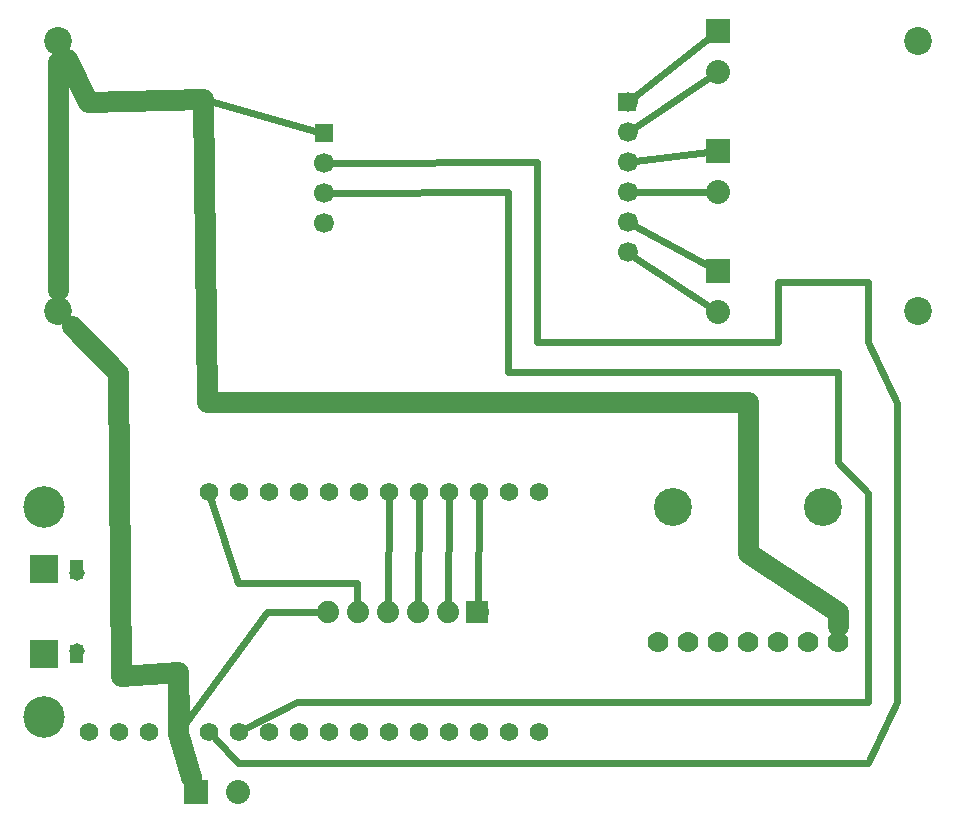
<source format=gbl>
G04 MADE WITH FRITZING*
G04 WWW.FRITZING.ORG*
G04 DOUBLE SIDED*
G04 HOLES PLATED*
G04 CONTOUR ON CENTER OF CONTOUR VECTOR*
%ASAXBY*%
%FSLAX23Y23*%
%MOIN*%
%OFA0B0*%
%SFA1.0B1.0*%
%ADD10C,0.126614*%
%ADD11C,0.070000*%
%ADD12C,0.080000*%
%ADD13C,0.093000*%
%ADD14C,0.138425*%
%ADD15C,0.095000*%
%ADD16C,0.051496*%
%ADD17C,0.062000*%
%ADD18C,0.066555*%
%ADD19C,0.049194*%
%ADD20C,0.074000*%
%ADD21R,0.080000X0.080000*%
%ADD22R,0.095000X0.095000*%
%ADD23C,0.024000*%
%ADD24R,0.001000X0.001000*%
%LNCOPPER0*%
G90*
G70*
G54D10*
X2800Y1249D03*
G54D11*
X2250Y799D03*
X2350Y799D03*
X2450Y799D03*
X2550Y799D03*
X2650Y799D03*
X2750Y799D03*
X2850Y799D03*
G54D10*
X2300Y1249D03*
G54D12*
X712Y299D03*
X850Y299D03*
X712Y299D03*
X850Y299D03*
X2450Y2037D03*
X2450Y1899D03*
X2450Y2037D03*
X2450Y1899D03*
X2450Y2437D03*
X2450Y2299D03*
X2450Y2437D03*
X2450Y2299D03*
X2450Y2837D03*
X2450Y2699D03*
X2450Y2837D03*
X2450Y2699D03*
G54D13*
X250Y2804D03*
X3119Y2804D03*
X250Y1904D03*
X3119Y1904D03*
G54D14*
X203Y551D03*
G54D15*
X204Y1042D03*
G54D16*
X314Y1031D03*
G54D17*
X1853Y501D03*
X1753Y501D03*
X1653Y501D03*
X1553Y501D03*
X1453Y501D03*
X1353Y501D03*
X1253Y501D03*
X1153Y501D03*
X1053Y501D03*
G54D14*
X203Y1251D03*
G54D17*
X953Y501D03*
X853Y501D03*
X753Y501D03*
X653Y501D03*
X553Y501D03*
X453Y501D03*
X353Y501D03*
X753Y1301D03*
X853Y1301D03*
X953Y1301D03*
X1053Y1301D03*
X1153Y1301D03*
X1253Y1301D03*
X1353Y1301D03*
X1453Y1301D03*
X1553Y1301D03*
X1653Y1301D03*
X1753Y1301D03*
X1853Y1301D03*
G54D16*
X314Y771D03*
G54D15*
X204Y759D03*
G54D18*
X2150Y2499D03*
X2150Y2399D03*
X2150Y2299D03*
X2150Y2199D03*
X2150Y2099D03*
X2150Y2599D03*
X1137Y2396D03*
X1137Y2296D03*
G54D19*
X1137Y2496D03*
G54D18*
X1137Y2196D03*
X2150Y2499D03*
X2150Y2399D03*
X2150Y2299D03*
X2150Y2199D03*
X2150Y2099D03*
X2150Y2599D03*
X1137Y2396D03*
X1137Y2296D03*
G54D19*
X1137Y2496D03*
G54D18*
X1137Y2196D03*
G54D20*
X1650Y899D03*
X1550Y899D03*
X1450Y899D03*
X1350Y899D03*
X1250Y899D03*
X1150Y899D03*
X1650Y899D03*
X1550Y899D03*
X1450Y899D03*
X1350Y899D03*
X1250Y899D03*
X1150Y899D03*
X1650Y899D03*
X1550Y899D03*
X1450Y899D03*
X1350Y899D03*
X1250Y899D03*
X1150Y899D03*
G54D21*
X712Y299D03*
X712Y299D03*
X2450Y2037D03*
X2450Y2037D03*
X2450Y2437D03*
X2450Y2437D03*
X2450Y2837D03*
X2450Y2837D03*
G54D22*
X204Y1042D03*
X204Y759D03*
G54D11*
X450Y1697D02*
X298Y1854D01*
D02*
X461Y688D02*
X450Y1697D01*
D02*
X650Y700D02*
X461Y688D01*
D02*
X651Y498D02*
X650Y700D01*
D02*
X461Y688D02*
X650Y700D01*
D02*
X650Y700D02*
X653Y552D01*
D02*
X696Y350D02*
X651Y498D01*
D02*
X250Y1974D02*
X250Y2734D01*
D02*
X736Y2611D02*
X748Y1599D01*
D02*
X748Y1599D02*
X2550Y1599D01*
D02*
X2550Y1098D02*
X2850Y900D01*
D02*
X2550Y1599D02*
X2550Y1098D01*
D02*
X2850Y900D02*
X2850Y852D01*
D02*
X352Y2601D02*
X736Y2611D01*
D02*
X281Y2742D02*
X352Y2601D01*
G54D23*
D02*
X736Y2611D02*
X1109Y2504D01*
D02*
X2425Y2818D02*
X2171Y2616D01*
D02*
X2172Y2514D02*
X2424Y2682D01*
D02*
X2176Y2403D02*
X2419Y2433D01*
D02*
X2418Y2299D02*
X2177Y2299D01*
D02*
X2424Y1916D02*
X2172Y2084D01*
D02*
X2422Y2052D02*
X2173Y2186D01*
D02*
X3049Y1598D02*
X3049Y600D01*
D02*
X3049Y600D02*
X2950Y398D01*
D02*
X2950Y398D02*
X851Y398D01*
D02*
X851Y398D02*
X773Y480D01*
D02*
X2950Y2001D02*
X2950Y1799D01*
D02*
X2950Y1799D02*
X3049Y1598D01*
D02*
X1849Y2399D02*
X1849Y1799D01*
D02*
X1849Y1799D02*
X2650Y1799D01*
D02*
X1164Y2397D02*
X1849Y2399D01*
D02*
X2650Y1799D02*
X2650Y2001D01*
D02*
X2650Y2001D02*
X2950Y2001D01*
D02*
X2852Y1401D02*
X2852Y1701D01*
D02*
X2950Y1298D02*
X2852Y1401D01*
D02*
X2950Y600D02*
X2950Y1298D01*
D02*
X2852Y1701D02*
X1751Y1701D01*
D02*
X1047Y600D02*
X2950Y600D01*
D02*
X879Y514D02*
X1047Y600D01*
D02*
X1751Y1701D02*
X1751Y2301D01*
D02*
X1751Y2301D02*
X1164Y2297D01*
D02*
X949Y900D02*
X1118Y899D01*
D02*
X671Y524D02*
X949Y900D01*
D02*
X1247Y997D02*
X1249Y930D01*
D02*
X851Y997D02*
X1247Y997D01*
D02*
X762Y1273D02*
X851Y997D01*
D02*
X1350Y930D02*
X1353Y1272D01*
D02*
X1450Y930D02*
X1453Y1272D01*
D02*
X1553Y1272D02*
X1550Y930D01*
D02*
X1650Y930D02*
X1653Y1272D01*
G54D24*
X2120Y2629D02*
X2178Y2629D01*
X2119Y2628D02*
X2178Y2628D01*
X2119Y2627D02*
X2178Y2627D01*
X2119Y2626D02*
X2178Y2626D01*
X2119Y2625D02*
X2178Y2625D01*
X2119Y2624D02*
X2178Y2624D01*
X2119Y2623D02*
X2178Y2623D01*
X2119Y2622D02*
X2178Y2622D01*
X2119Y2621D02*
X2178Y2621D01*
X2119Y2620D02*
X2178Y2620D01*
X2119Y2619D02*
X2178Y2619D01*
X2119Y2618D02*
X2178Y2618D01*
X2119Y2617D02*
X2143Y2617D01*
X2154Y2617D02*
X2178Y2617D01*
X2119Y2616D02*
X2140Y2616D01*
X2157Y2616D02*
X2178Y2616D01*
X2119Y2615D02*
X2139Y2615D01*
X2159Y2615D02*
X2178Y2615D01*
X2119Y2614D02*
X2137Y2614D01*
X2160Y2614D02*
X2178Y2614D01*
X2119Y2613D02*
X2136Y2613D01*
X2162Y2613D02*
X2178Y2613D01*
X2119Y2612D02*
X2135Y2612D01*
X2163Y2612D02*
X2178Y2612D01*
X2119Y2611D02*
X2134Y2611D01*
X2163Y2611D02*
X2178Y2611D01*
X2119Y2610D02*
X2133Y2610D01*
X2164Y2610D02*
X2178Y2610D01*
X2119Y2609D02*
X2133Y2609D01*
X2165Y2609D02*
X2178Y2609D01*
X2119Y2608D02*
X2132Y2608D01*
X2165Y2608D02*
X2178Y2608D01*
X2119Y2607D02*
X2131Y2607D01*
X2166Y2607D02*
X2178Y2607D01*
X2119Y2606D02*
X2131Y2606D01*
X2166Y2606D02*
X2178Y2606D01*
X2119Y2605D02*
X2131Y2605D01*
X2167Y2605D02*
X2178Y2605D01*
X2119Y2604D02*
X2130Y2604D01*
X2167Y2604D02*
X2178Y2604D01*
X2119Y2603D02*
X2130Y2603D01*
X2167Y2603D02*
X2178Y2603D01*
X2119Y2602D02*
X2130Y2602D01*
X2167Y2602D02*
X2178Y2602D01*
X2119Y2601D02*
X2130Y2601D01*
X2168Y2601D02*
X2178Y2601D01*
X2119Y2600D02*
X2130Y2600D01*
X2168Y2600D02*
X2178Y2600D01*
X2119Y2599D02*
X2130Y2599D01*
X2168Y2599D02*
X2178Y2599D01*
X2119Y2598D02*
X2130Y2598D01*
X2168Y2598D02*
X2178Y2598D01*
X2119Y2597D02*
X2130Y2597D01*
X2168Y2597D02*
X2178Y2597D01*
X2119Y2596D02*
X2130Y2596D01*
X2167Y2596D02*
X2178Y2596D01*
X2119Y2595D02*
X2130Y2595D01*
X2167Y2595D02*
X2178Y2595D01*
X2119Y2594D02*
X2131Y2594D01*
X2167Y2594D02*
X2178Y2594D01*
X2119Y2593D02*
X2131Y2593D01*
X2167Y2593D02*
X2178Y2593D01*
X2119Y2592D02*
X2131Y2592D01*
X2166Y2592D02*
X2178Y2592D01*
X2119Y2591D02*
X2132Y2591D01*
X2166Y2591D02*
X2178Y2591D01*
X2119Y2590D02*
X2132Y2590D01*
X2165Y2590D02*
X2178Y2590D01*
X2119Y2589D02*
X2133Y2589D01*
X2165Y2589D02*
X2178Y2589D01*
X2119Y2588D02*
X2134Y2588D01*
X2164Y2588D02*
X2178Y2588D01*
X2119Y2587D02*
X2134Y2587D01*
X2163Y2587D02*
X2178Y2587D01*
X2119Y2586D02*
X2135Y2586D01*
X2162Y2586D02*
X2178Y2586D01*
X2119Y2585D02*
X2137Y2585D01*
X2161Y2585D02*
X2178Y2585D01*
X2119Y2584D02*
X2138Y2584D01*
X2160Y2584D02*
X2178Y2584D01*
X2119Y2583D02*
X2140Y2583D01*
X2158Y2583D02*
X2178Y2583D01*
X2119Y2582D02*
X2142Y2582D01*
X2156Y2582D02*
X2178Y2582D01*
X2119Y2581D02*
X2146Y2581D01*
X2152Y2581D02*
X2178Y2581D01*
X2119Y2580D02*
X2178Y2580D01*
X2119Y2579D02*
X2178Y2579D01*
X2119Y2578D02*
X2178Y2578D01*
X2119Y2577D02*
X2178Y2577D01*
X2119Y2576D02*
X2178Y2576D01*
X2119Y2575D02*
X2178Y2575D01*
X2119Y2574D02*
X2178Y2574D01*
X2119Y2573D02*
X2178Y2573D01*
X2119Y2572D02*
X2178Y2572D01*
X2119Y2571D02*
X2178Y2571D01*
X2119Y2570D02*
X2178Y2570D01*
X1107Y2526D02*
X1166Y2526D01*
X1107Y2525D02*
X1166Y2525D01*
X1107Y2524D02*
X1166Y2524D01*
X1107Y2523D02*
X1166Y2523D01*
X1107Y2522D02*
X1166Y2522D01*
X1107Y2521D02*
X1166Y2521D01*
X1107Y2520D02*
X1166Y2520D01*
X1107Y2519D02*
X1166Y2519D01*
X1107Y2518D02*
X1166Y2518D01*
X1107Y2517D02*
X1166Y2517D01*
X1107Y2516D02*
X1166Y2516D01*
X1107Y2515D02*
X1135Y2515D01*
X1138Y2515D02*
X1166Y2515D01*
X1107Y2514D02*
X1130Y2514D01*
X1143Y2514D02*
X1166Y2514D01*
X1107Y2513D02*
X1128Y2513D01*
X1145Y2513D02*
X1166Y2513D01*
X1107Y2512D02*
X1126Y2512D01*
X1147Y2512D02*
X1166Y2512D01*
X1107Y2511D02*
X1124Y2511D01*
X1148Y2511D02*
X1166Y2511D01*
X1107Y2510D02*
X1123Y2510D01*
X1150Y2510D02*
X1166Y2510D01*
X1107Y2509D02*
X1122Y2509D01*
X1150Y2509D02*
X1166Y2509D01*
X1107Y2508D02*
X1121Y2508D01*
X1151Y2508D02*
X1166Y2508D01*
X1107Y2507D02*
X1121Y2507D01*
X1152Y2507D02*
X1166Y2507D01*
X1107Y2506D02*
X1120Y2506D01*
X1153Y2506D02*
X1166Y2506D01*
X1107Y2505D02*
X1119Y2505D01*
X1153Y2505D02*
X1166Y2505D01*
X1107Y2504D02*
X1119Y2504D01*
X1154Y2504D02*
X1166Y2504D01*
X1107Y2503D02*
X1119Y2503D01*
X1154Y2503D02*
X1166Y2503D01*
X1107Y2502D02*
X1118Y2502D01*
X1154Y2502D02*
X1166Y2502D01*
X1107Y2501D02*
X1118Y2501D01*
X1155Y2501D02*
X1166Y2501D01*
X1107Y2500D02*
X1118Y2500D01*
X1155Y2500D02*
X1166Y2500D01*
X1107Y2499D02*
X1118Y2499D01*
X1155Y2499D02*
X1166Y2499D01*
X1107Y2498D02*
X1118Y2498D01*
X1155Y2498D02*
X1166Y2498D01*
X1107Y2497D02*
X1117Y2497D01*
X1155Y2497D02*
X1166Y2497D01*
X1107Y2496D02*
X1117Y2496D01*
X1155Y2496D02*
X1166Y2496D01*
X1107Y2495D02*
X1118Y2495D01*
X1155Y2495D02*
X1166Y2495D01*
X1107Y2494D02*
X1118Y2494D01*
X1155Y2494D02*
X1166Y2494D01*
X1107Y2493D02*
X1118Y2493D01*
X1155Y2493D02*
X1166Y2493D01*
X1107Y2492D02*
X1118Y2492D01*
X1155Y2492D02*
X1166Y2492D01*
X1107Y2491D02*
X1118Y2491D01*
X1154Y2491D02*
X1166Y2491D01*
X1107Y2490D02*
X1119Y2490D01*
X1154Y2490D02*
X1166Y2490D01*
X1107Y2489D02*
X1119Y2489D01*
X1154Y2489D02*
X1166Y2489D01*
X1107Y2488D02*
X1120Y2488D01*
X1153Y2488D02*
X1166Y2488D01*
X1107Y2487D02*
X1120Y2487D01*
X1153Y2487D02*
X1166Y2487D01*
X1107Y2486D02*
X1121Y2486D01*
X1152Y2486D02*
X1166Y2486D01*
X1107Y2485D02*
X1122Y2485D01*
X1151Y2485D02*
X1166Y2485D01*
X1107Y2484D02*
X1122Y2484D01*
X1150Y2484D02*
X1166Y2484D01*
X1107Y2483D02*
X1123Y2483D01*
X1149Y2483D02*
X1166Y2483D01*
X1107Y2482D02*
X1125Y2482D01*
X1148Y2482D02*
X1166Y2482D01*
X1107Y2481D02*
X1126Y2481D01*
X1147Y2481D02*
X1166Y2481D01*
X1107Y2480D02*
X1128Y2480D01*
X1145Y2480D02*
X1166Y2480D01*
X1107Y2479D02*
X1130Y2479D01*
X1143Y2479D02*
X1166Y2479D01*
X1107Y2478D02*
X1166Y2478D01*
X1107Y2477D02*
X1166Y2477D01*
X1107Y2476D02*
X1166Y2476D01*
X1107Y2475D02*
X1166Y2475D01*
X1107Y2474D02*
X1166Y2474D01*
X1107Y2473D02*
X1166Y2473D01*
X1107Y2472D02*
X1166Y2472D01*
X1107Y2471D02*
X1166Y2471D01*
X1107Y2470D02*
X1166Y2470D01*
X1107Y2469D02*
X1166Y2469D01*
X1107Y2468D02*
X1166Y2468D01*
X1107Y2467D02*
X1166Y2467D01*
X293Y1072D02*
X333Y1072D01*
X293Y1071D02*
X334Y1071D01*
X293Y1070D02*
X334Y1070D01*
X293Y1069D02*
X334Y1069D01*
X293Y1068D02*
X334Y1068D01*
X293Y1067D02*
X334Y1067D01*
X293Y1066D02*
X334Y1066D01*
X293Y1065D02*
X334Y1065D01*
X293Y1064D02*
X334Y1064D01*
X293Y1063D02*
X334Y1063D01*
X293Y1062D02*
X334Y1062D01*
X293Y1061D02*
X334Y1061D01*
X293Y1060D02*
X334Y1060D01*
X293Y1059D02*
X334Y1059D01*
X293Y1058D02*
X334Y1058D01*
X293Y1057D02*
X334Y1057D01*
X293Y1056D02*
X334Y1056D01*
X293Y1055D02*
X334Y1055D01*
X293Y1054D02*
X334Y1054D01*
X293Y1053D02*
X334Y1053D01*
X293Y1052D02*
X334Y1052D01*
X293Y1051D02*
X308Y1051D01*
X319Y1051D02*
X334Y1051D01*
X293Y1050D02*
X305Y1050D01*
X322Y1050D02*
X334Y1050D01*
X293Y1049D02*
X303Y1049D01*
X324Y1049D02*
X334Y1049D01*
X293Y1048D02*
X301Y1048D01*
X326Y1048D02*
X334Y1048D01*
X293Y1047D02*
X300Y1047D01*
X327Y1047D02*
X334Y1047D01*
X293Y1046D02*
X298Y1046D01*
X328Y1046D02*
X334Y1046D01*
X293Y1045D02*
X298Y1045D01*
X329Y1045D02*
X334Y1045D01*
X293Y1044D02*
X297Y1044D01*
X330Y1044D02*
X334Y1044D01*
X293Y1043D02*
X296Y1043D01*
X331Y1043D02*
X334Y1043D01*
X293Y1042D02*
X295Y1042D01*
X331Y1042D02*
X334Y1042D01*
X293Y1041D02*
X295Y1041D01*
X332Y1041D02*
X334Y1041D01*
X293Y1040D02*
X294Y1040D01*
X332Y1040D02*
X334Y1040D01*
X293Y1039D02*
X294Y1039D01*
X333Y1039D02*
X334Y1039D01*
X293Y1038D02*
X293Y1038D01*
X333Y1038D02*
X334Y1038D01*
X293Y1037D02*
X293Y1037D01*
X334Y1037D02*
X334Y1037D01*
X293Y1036D02*
X293Y1036D01*
X334Y1036D02*
X334Y1036D01*
X293Y1026D02*
X293Y1026D01*
X334Y1026D02*
X334Y1026D01*
X293Y1025D02*
X293Y1025D01*
X334Y1025D02*
X334Y1025D01*
X293Y1024D02*
X293Y1024D01*
X333Y1024D02*
X334Y1024D01*
X293Y1023D02*
X294Y1023D01*
X333Y1023D02*
X334Y1023D01*
X293Y1022D02*
X294Y1022D01*
X332Y1022D02*
X334Y1022D01*
X293Y1021D02*
X295Y1021D01*
X332Y1021D02*
X334Y1021D01*
X293Y1020D02*
X295Y1020D01*
X331Y1020D02*
X334Y1020D01*
X293Y1019D02*
X296Y1019D01*
X331Y1019D02*
X334Y1019D01*
X293Y1018D02*
X297Y1018D01*
X330Y1018D02*
X334Y1018D01*
X293Y1017D02*
X298Y1017D01*
X329Y1017D02*
X334Y1017D01*
X293Y1016D02*
X298Y1016D01*
X328Y1016D02*
X334Y1016D01*
X293Y1015D02*
X300Y1015D01*
X327Y1015D02*
X334Y1015D01*
X293Y1014D02*
X301Y1014D01*
X326Y1014D02*
X334Y1014D01*
X293Y1013D02*
X303Y1013D01*
X324Y1013D02*
X334Y1013D01*
X293Y1012D02*
X305Y1012D01*
X322Y1012D02*
X334Y1012D01*
X293Y1011D02*
X308Y1011D01*
X319Y1011D02*
X334Y1011D01*
X1612Y936D02*
X1685Y936D01*
X1612Y935D02*
X1685Y935D01*
X1612Y934D02*
X1685Y934D01*
X1612Y933D02*
X1685Y933D01*
X1612Y932D02*
X1685Y932D01*
X1612Y931D02*
X1685Y931D01*
X1612Y930D02*
X1685Y930D01*
X1612Y929D02*
X1685Y929D01*
X1612Y928D02*
X1685Y928D01*
X1612Y927D02*
X1685Y927D01*
X1612Y926D02*
X1685Y926D01*
X1612Y925D02*
X1685Y925D01*
X1612Y924D02*
X1685Y924D01*
X1612Y923D02*
X1685Y923D01*
X1612Y922D02*
X1685Y922D01*
X1612Y921D02*
X1685Y921D01*
X1612Y920D02*
X1685Y920D01*
X1612Y919D02*
X1644Y919D01*
X1654Y919D02*
X1685Y919D01*
X1612Y918D02*
X1641Y918D01*
X1657Y918D02*
X1685Y918D01*
X1612Y917D02*
X1639Y917D01*
X1659Y917D02*
X1685Y917D01*
X1612Y916D02*
X1637Y916D01*
X1661Y916D02*
X1685Y916D01*
X1612Y915D02*
X1636Y915D01*
X1662Y915D02*
X1685Y915D01*
X1612Y914D02*
X1635Y914D01*
X1663Y914D02*
X1685Y914D01*
X1612Y913D02*
X1634Y913D01*
X1664Y913D02*
X1685Y913D01*
X1612Y912D02*
X1633Y912D01*
X1665Y912D02*
X1685Y912D01*
X1612Y911D02*
X1632Y911D01*
X1666Y911D02*
X1685Y911D01*
X1612Y910D02*
X1631Y910D01*
X1666Y910D02*
X1685Y910D01*
X1612Y909D02*
X1631Y909D01*
X1667Y909D02*
X1685Y909D01*
X1612Y908D02*
X1630Y908D01*
X1667Y908D02*
X1685Y908D01*
X1612Y907D02*
X1630Y907D01*
X1668Y907D02*
X1685Y907D01*
X1612Y906D02*
X1629Y906D01*
X1668Y906D02*
X1685Y906D01*
X1612Y905D02*
X1629Y905D01*
X1668Y905D02*
X1685Y905D01*
X1612Y904D02*
X1629Y904D01*
X1669Y904D02*
X1685Y904D01*
X1612Y903D02*
X1629Y903D01*
X1669Y903D02*
X1685Y903D01*
X1612Y902D02*
X1629Y902D01*
X1669Y902D02*
X1685Y902D01*
X1612Y901D02*
X1628Y901D01*
X1669Y901D02*
X1685Y901D01*
X1612Y900D02*
X1628Y900D01*
X1669Y900D02*
X1685Y900D01*
X1612Y899D02*
X1628Y899D01*
X1669Y899D02*
X1685Y899D01*
X1612Y898D02*
X1628Y898D01*
X1669Y898D02*
X1685Y898D01*
X1612Y897D02*
X1629Y897D01*
X1669Y897D02*
X1685Y897D01*
X1612Y896D02*
X1629Y896D01*
X1669Y896D02*
X1685Y896D01*
X1612Y895D02*
X1629Y895D01*
X1669Y895D02*
X1685Y895D01*
X1612Y894D02*
X1629Y894D01*
X1668Y894D02*
X1685Y894D01*
X1612Y893D02*
X1629Y893D01*
X1668Y893D02*
X1685Y893D01*
X1612Y892D02*
X1630Y892D01*
X1668Y892D02*
X1685Y892D01*
X1612Y891D02*
X1630Y891D01*
X1667Y891D02*
X1685Y891D01*
X1612Y890D02*
X1631Y890D01*
X1667Y890D02*
X1685Y890D01*
X1612Y889D02*
X1631Y889D01*
X1666Y889D02*
X1685Y889D01*
X1612Y888D02*
X1632Y888D01*
X1666Y888D02*
X1685Y888D01*
X1612Y887D02*
X1633Y887D01*
X1665Y887D02*
X1685Y887D01*
X1612Y886D02*
X1634Y886D01*
X1664Y886D02*
X1685Y886D01*
X1612Y885D02*
X1635Y885D01*
X1663Y885D02*
X1685Y885D01*
X1612Y884D02*
X1636Y884D01*
X1662Y884D02*
X1685Y884D01*
X1612Y883D02*
X1637Y883D01*
X1661Y883D02*
X1685Y883D01*
X1612Y882D02*
X1639Y882D01*
X1659Y882D02*
X1685Y882D01*
X1612Y881D02*
X1641Y881D01*
X1657Y881D02*
X1685Y881D01*
X1612Y880D02*
X1644Y880D01*
X1653Y880D02*
X1685Y880D01*
X1612Y879D02*
X1685Y879D01*
X1612Y878D02*
X1685Y878D01*
X1612Y877D02*
X1685Y877D01*
X1612Y876D02*
X1685Y876D01*
X1612Y875D02*
X1685Y875D01*
X1612Y874D02*
X1685Y874D01*
X1612Y873D02*
X1685Y873D01*
X1612Y872D02*
X1685Y872D01*
X1612Y871D02*
X1685Y871D01*
X1612Y870D02*
X1685Y870D01*
X1612Y869D02*
X1685Y869D01*
X1612Y868D02*
X1685Y868D01*
X1612Y867D02*
X1685Y867D01*
X1612Y866D02*
X1685Y866D01*
X1612Y865D02*
X1685Y865D01*
X1612Y864D02*
X1685Y864D01*
X1612Y863D02*
X1685Y863D01*
X293Y791D02*
X307Y791D01*
X320Y791D02*
X334Y791D01*
X293Y790D02*
X304Y790D01*
X322Y790D02*
X334Y790D01*
X293Y789D02*
X302Y789D01*
X324Y789D02*
X334Y789D01*
X293Y788D02*
X301Y788D01*
X326Y788D02*
X334Y788D01*
X293Y787D02*
X299Y787D01*
X327Y787D02*
X334Y787D01*
X293Y786D02*
X298Y786D01*
X328Y786D02*
X334Y786D01*
X293Y785D02*
X297Y785D01*
X329Y785D02*
X334Y785D01*
X293Y784D02*
X297Y784D01*
X330Y784D02*
X334Y784D01*
X293Y783D02*
X296Y783D01*
X331Y783D02*
X334Y783D01*
X293Y782D02*
X295Y782D01*
X331Y782D02*
X334Y782D01*
X293Y781D02*
X295Y781D01*
X332Y781D02*
X334Y781D01*
X293Y780D02*
X294Y780D01*
X332Y780D02*
X334Y780D01*
X293Y779D02*
X294Y779D01*
X333Y779D02*
X334Y779D01*
X293Y778D02*
X293Y778D01*
X333Y778D02*
X334Y778D01*
X293Y777D02*
X293Y777D01*
X334Y777D02*
X334Y777D01*
X293Y776D02*
X293Y776D01*
X334Y776D02*
X334Y776D01*
X293Y766D02*
X293Y766D01*
X334Y766D02*
X334Y766D01*
X293Y765D02*
X293Y765D01*
X333Y765D02*
X334Y765D01*
X293Y764D02*
X293Y764D01*
X333Y764D02*
X334Y764D01*
X293Y763D02*
X294Y763D01*
X333Y763D02*
X334Y763D01*
X293Y762D02*
X294Y762D01*
X332Y762D02*
X334Y762D01*
X293Y761D02*
X295Y761D01*
X332Y761D02*
X334Y761D01*
X293Y760D02*
X295Y760D01*
X331Y760D02*
X334Y760D01*
X293Y759D02*
X296Y759D01*
X330Y759D02*
X334Y759D01*
X293Y758D02*
X297Y758D01*
X330Y758D02*
X334Y758D01*
X293Y757D02*
X298Y757D01*
X329Y757D02*
X334Y757D01*
X293Y756D02*
X299Y756D01*
X328Y756D02*
X334Y756D01*
X293Y755D02*
X300Y755D01*
X327Y755D02*
X334Y755D01*
X293Y754D02*
X301Y754D01*
X325Y754D02*
X334Y754D01*
X293Y753D02*
X303Y753D01*
X324Y753D02*
X334Y753D01*
X293Y752D02*
X305Y752D01*
X322Y752D02*
X334Y752D01*
X293Y751D02*
X308Y751D01*
X318Y751D02*
X334Y751D01*
X293Y750D02*
X334Y750D01*
X293Y749D02*
X334Y749D01*
X293Y748D02*
X334Y748D01*
X293Y747D02*
X334Y747D01*
X293Y746D02*
X334Y746D01*
X293Y745D02*
X334Y745D01*
X293Y744D02*
X334Y744D01*
X293Y743D02*
X334Y743D01*
X293Y742D02*
X334Y742D01*
X293Y741D02*
X334Y741D01*
X293Y740D02*
X334Y740D01*
X293Y739D02*
X334Y739D01*
X293Y738D02*
X334Y738D01*
X293Y737D02*
X334Y737D01*
X293Y736D02*
X334Y736D01*
X293Y735D02*
X334Y735D01*
X293Y734D02*
X334Y734D01*
X293Y733D02*
X334Y733D01*
X293Y732D02*
X334Y732D01*
X293Y731D02*
X334Y731D01*
X293Y730D02*
X333Y730D01*
D02*
G04 End of Copper0*
M02*
</source>
